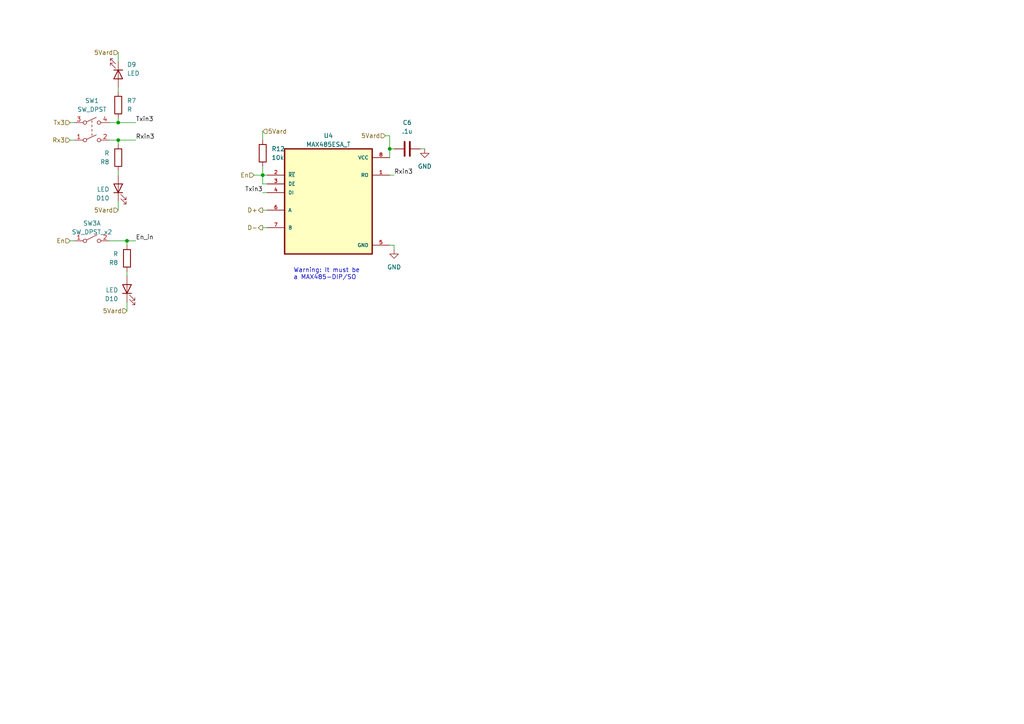
<source format=kicad_sch>
(kicad_sch (version 20230121) (generator eeschema)

  (uuid 33682b06-8160-4bcb-bd6c-b56ba83854af)

  (paper "A4")

  (lib_symbols
    (symbol "Device:C" (pin_numbers hide) (pin_names (offset 0.254)) (in_bom yes) (on_board yes)
      (property "Reference" "C" (at 0.635 2.54 0)
        (effects (font (size 1.27 1.27)) (justify left))
      )
      (property "Value" "C" (at 0.635 -2.54 0)
        (effects (font (size 1.27 1.27)) (justify left))
      )
      (property "Footprint" "" (at 0.9652 -3.81 0)
        (effects (font (size 1.27 1.27)) hide)
      )
      (property "Datasheet" "~" (at 0 0 0)
        (effects (font (size 1.27 1.27)) hide)
      )
      (property "ki_keywords" "cap capacitor" (at 0 0 0)
        (effects (font (size 1.27 1.27)) hide)
      )
      (property "ki_description" "Unpolarized capacitor" (at 0 0 0)
        (effects (font (size 1.27 1.27)) hide)
      )
      (property "ki_fp_filters" "C_*" (at 0 0 0)
        (effects (font (size 1.27 1.27)) hide)
      )
      (symbol "C_0_1"
        (polyline
          (pts
            (xy -2.032 -0.762)
            (xy 2.032 -0.762)
          )
          (stroke (width 0.508) (type default))
          (fill (type none))
        )
        (polyline
          (pts
            (xy -2.032 0.762)
            (xy 2.032 0.762)
          )
          (stroke (width 0.508) (type default))
          (fill (type none))
        )
      )
      (symbol "C_1_1"
        (pin passive line (at 0 3.81 270) (length 2.794)
          (name "~" (effects (font (size 1.27 1.27))))
          (number "1" (effects (font (size 1.27 1.27))))
        )
        (pin passive line (at 0 -3.81 90) (length 2.794)
          (name "~" (effects (font (size 1.27 1.27))))
          (number "2" (effects (font (size 1.27 1.27))))
        )
      )
    )
    (symbol "Device:LED" (pin_numbers hide) (pin_names (offset 1.016) hide) (in_bom yes) (on_board yes)
      (property "Reference" "D" (at 0 2.54 0)
        (effects (font (size 1.27 1.27)))
      )
      (property "Value" "LED" (at 0 -2.54 0)
        (effects (font (size 1.27 1.27)))
      )
      (property "Footprint" "" (at 0 0 0)
        (effects (font (size 1.27 1.27)) hide)
      )
      (property "Datasheet" "~" (at 0 0 0)
        (effects (font (size 1.27 1.27)) hide)
      )
      (property "ki_keywords" "LED diode" (at 0 0 0)
        (effects (font (size 1.27 1.27)) hide)
      )
      (property "ki_description" "Light emitting diode" (at 0 0 0)
        (effects (font (size 1.27 1.27)) hide)
      )
      (property "ki_fp_filters" "LED* LED_SMD:* LED_THT:*" (at 0 0 0)
        (effects (font (size 1.27 1.27)) hide)
      )
      (symbol "LED_0_1"
        (polyline
          (pts
            (xy -1.27 -1.27)
            (xy -1.27 1.27)
          )
          (stroke (width 0.254) (type default))
          (fill (type none))
        )
        (polyline
          (pts
            (xy -1.27 0)
            (xy 1.27 0)
          )
          (stroke (width 0) (type default))
          (fill (type none))
        )
        (polyline
          (pts
            (xy 1.27 -1.27)
            (xy 1.27 1.27)
            (xy -1.27 0)
            (xy 1.27 -1.27)
          )
          (stroke (width 0.254) (type default))
          (fill (type none))
        )
        (polyline
          (pts
            (xy -3.048 -0.762)
            (xy -4.572 -2.286)
            (xy -3.81 -2.286)
            (xy -4.572 -2.286)
            (xy -4.572 -1.524)
          )
          (stroke (width 0) (type default))
          (fill (type none))
        )
        (polyline
          (pts
            (xy -1.778 -0.762)
            (xy -3.302 -2.286)
            (xy -2.54 -2.286)
            (xy -3.302 -2.286)
            (xy -3.302 -1.524)
          )
          (stroke (width 0) (type default))
          (fill (type none))
        )
      )
      (symbol "LED_1_1"
        (pin passive line (at -3.81 0 0) (length 2.54)
          (name "K" (effects (font (size 1.27 1.27))))
          (number "1" (effects (font (size 1.27 1.27))))
        )
        (pin passive line (at 3.81 0 180) (length 2.54)
          (name "A" (effects (font (size 1.27 1.27))))
          (number "2" (effects (font (size 1.27 1.27))))
        )
      )
    )
    (symbol "Device:R" (pin_numbers hide) (pin_names (offset 0)) (in_bom yes) (on_board yes)
      (property "Reference" "R" (at 2.032 0 90)
        (effects (font (size 1.27 1.27)))
      )
      (property "Value" "R" (at 0 0 90)
        (effects (font (size 1.27 1.27)))
      )
      (property "Footprint" "" (at -1.778 0 90)
        (effects (font (size 1.27 1.27)) hide)
      )
      (property "Datasheet" "~" (at 0 0 0)
        (effects (font (size 1.27 1.27)) hide)
      )
      (property "ki_keywords" "R res resistor" (at 0 0 0)
        (effects (font (size 1.27 1.27)) hide)
      )
      (property "ki_description" "Resistor" (at 0 0 0)
        (effects (font (size 1.27 1.27)) hide)
      )
      (property "ki_fp_filters" "R_*" (at 0 0 0)
        (effects (font (size 1.27 1.27)) hide)
      )
      (symbol "R_0_1"
        (rectangle (start -1.016 -2.54) (end 1.016 2.54)
          (stroke (width 0.254) (type default))
          (fill (type none))
        )
      )
      (symbol "R_1_1"
        (pin passive line (at 0 3.81 270) (length 1.27)
          (name "~" (effects (font (size 1.27 1.27))))
          (number "1" (effects (font (size 1.27 1.27))))
        )
        (pin passive line (at 0 -3.81 90) (length 1.27)
          (name "~" (effects (font (size 1.27 1.27))))
          (number "2" (effects (font (size 1.27 1.27))))
        )
      )
    )
    (symbol "MAX485ESA_T:MAX485ESA_T" (pin_names (offset 1.016)) (in_bom yes) (on_board yes)
      (property "Reference" "U" (at -12.7 16.24 0)
        (effects (font (size 1.27 1.27)) (justify left bottom))
      )
      (property "Value" "MAX485ESA_T" (at -12.7 -19.24 0)
        (effects (font (size 1.27 1.27)) (justify left bottom))
      )
      (property "Footprint" "MAX485ESA_T:SOIC127P600X175-8N" (at 0 0 0)
        (effects (font (size 1.27 1.27)) (justify bottom) hide)
      )
      (property "Datasheet" "" (at 0 0 0)
        (effects (font (size 1.27 1.27)) hide)
      )
      (property "MF" "Analog Devices" (at 0 0 0)
        (effects (font (size 1.27 1.27)) (justify bottom) hide)
      )
      (property "Description" "\nLow-Power, Slew-Rate-Limited RS-485/RS-422 Transceivers\n" (at 0 0 0)
        (effects (font (size 1.27 1.27)) (justify bottom) hide)
      )
      (property "Package" "SOIC-8 Maxim" (at 0 0 0)
        (effects (font (size 1.27 1.27)) (justify bottom) hide)
      )
      (property "Price" "None" (at 0 0 0)
        (effects (font (size 1.27 1.27)) (justify bottom) hide)
      )
      (property "SnapEDA_Link" "https://www.snapeda.com/parts/MAX485ESA+T/Analog+Devices/view-part/?ref=snap" (at 0 0 0)
        (effects (font (size 1.27 1.27)) (justify bottom) hide)
      )
      (property "MP" "MAX485ESA+T" (at 0 0 0)
        (effects (font (size 1.27 1.27)) (justify bottom) hide)
      )
      (property "Availability" "In Stock" (at 0 0 0)
        (effects (font (size 1.27 1.27)) (justify bottom) hide)
      )
      (property "Check_prices" "https://www.snapeda.com/parts/MAX485ESA+T/Analog+Devices/view-part/?ref=eda" (at 0 0 0)
        (effects (font (size 1.27 1.27)) (justify bottom) hide)
      )
      (symbol "MAX485ESA_T_0_0"
        (rectangle (start -12.7 -15.24) (end 12.7 15.24)
          (stroke (width 0.41) (type default))
          (fill (type background))
        )
        (pin output line (at 17.78 7.62 180) (length 5.08)
          (name "RO" (effects (font (size 1.016 1.016))))
          (number "1" (effects (font (size 1.016 1.016))))
        )
        (pin input line (at -17.78 7.62 0) (length 5.08)
          (name "~{RE}" (effects (font (size 1.016 1.016))))
          (number "2" (effects (font (size 1.016 1.016))))
        )
        (pin input line (at -17.78 5.08 0) (length 5.08)
          (name "DE" (effects (font (size 1.016 1.016))))
          (number "3" (effects (font (size 1.016 1.016))))
        )
        (pin input line (at -17.78 2.54 0) (length 5.08)
          (name "DI" (effects (font (size 1.016 1.016))))
          (number "4" (effects (font (size 1.016 1.016))))
        )
        (pin power_in line (at 17.78 -12.7 180) (length 5.08)
          (name "GND" (effects (font (size 1.016 1.016))))
          (number "5" (effects (font (size 1.016 1.016))))
        )
        (pin bidirectional line (at -17.78 -2.54 0) (length 5.08)
          (name "A" (effects (font (size 1.016 1.016))))
          (number "6" (effects (font (size 1.016 1.016))))
        )
        (pin bidirectional line (at -17.78 -7.62 0) (length 5.08)
          (name "B" (effects (font (size 1.016 1.016))))
          (number "7" (effects (font (size 1.016 1.016))))
        )
        (pin power_in line (at 17.78 12.7 180) (length 5.08)
          (name "VCC" (effects (font (size 1.016 1.016))))
          (number "8" (effects (font (size 1.016 1.016))))
        )
      )
    )
    (symbol "Switch:SW_DPST" (pin_names (offset 0) hide) (in_bom yes) (on_board yes)
      (property "Reference" "SW" (at 0 5.08 0)
        (effects (font (size 1.27 1.27)))
      )
      (property "Value" "SW_DPST" (at 0 -5.08 0)
        (effects (font (size 1.27 1.27)))
      )
      (property "Footprint" "" (at 0 0 0)
        (effects (font (size 1.27 1.27)) hide)
      )
      (property "Datasheet" "~" (at 0 0 0)
        (effects (font (size 1.27 1.27)) hide)
      )
      (property "ki_keywords" "switch dual double-pole single-throw OFF-ON" (at 0 0 0)
        (effects (font (size 1.27 1.27)) hide)
      )
      (property "ki_description" "Double Pole Single Throw (DPST) Switch" (at 0 0 0)
        (effects (font (size 1.27 1.27)) hide)
      )
      (symbol "SW_DPST_0_0"
        (circle (center -2.032 -2.54) (radius 0.508)
          (stroke (width 0) (type default))
          (fill (type none))
        )
        (circle (center -2.032 2.54) (radius 0.508)
          (stroke (width 0) (type default))
          (fill (type none))
        )
        (polyline
          (pts
            (xy -1.524 -2.286)
            (xy 1.27 -1.016)
          )
          (stroke (width 0) (type default))
          (fill (type none))
        )
        (polyline
          (pts
            (xy -1.524 2.794)
            (xy 1.27 4.064)
          )
          (stroke (width 0) (type default))
          (fill (type none))
        )
        (polyline
          (pts
            (xy 0 -1.27)
            (xy 0 -0.635)
          )
          (stroke (width 0) (type default))
          (fill (type none))
        )
        (polyline
          (pts
            (xy 0 0)
            (xy 0 0.635)
          )
          (stroke (width 0) (type default))
          (fill (type none))
        )
        (polyline
          (pts
            (xy 0 1.27)
            (xy 0 1.905)
          )
          (stroke (width 0) (type default))
          (fill (type none))
        )
        (polyline
          (pts
            (xy 0 2.54)
            (xy 0 3.175)
          )
          (stroke (width 0) (type default))
          (fill (type none))
        )
        (circle (center 2.032 -2.54) (radius 0.508)
          (stroke (width 0) (type default))
          (fill (type none))
        )
        (circle (center 2.032 2.54) (radius 0.508)
          (stroke (width 0) (type default))
          (fill (type none))
        )
      )
      (symbol "SW_DPST_1_1"
        (pin passive line (at -5.08 -2.54 0) (length 2.54)
          (name "1" (effects (font (size 1.27 1.27))))
          (number "1" (effects (font (size 1.27 1.27))))
        )
        (pin passive line (at 5.08 -2.54 180) (length 2.54)
          (name "2" (effects (font (size 1.27 1.27))))
          (number "2" (effects (font (size 1.27 1.27))))
        )
        (pin passive line (at -5.08 2.54 0) (length 2.54)
          (name "3" (effects (font (size 1.27 1.27))))
          (number "3" (effects (font (size 1.27 1.27))))
        )
        (pin passive line (at 5.08 2.54 180) (length 2.54)
          (name "4" (effects (font (size 1.27 1.27))))
          (number "4" (effects (font (size 1.27 1.27))))
        )
      )
    )
    (symbol "Switch:SW_DPST_x2" (pin_names (offset 0) hide) (in_bom yes) (on_board yes)
      (property "Reference" "SW" (at 0 3.175 0)
        (effects (font (size 1.27 1.27)))
      )
      (property "Value" "SW_DPST_x2" (at 0 -2.54 0)
        (effects (font (size 1.27 1.27)))
      )
      (property "Footprint" "" (at 0 0 0)
        (effects (font (size 1.27 1.27)) hide)
      )
      (property "Datasheet" "~" (at 0 0 0)
        (effects (font (size 1.27 1.27)) hide)
      )
      (property "ki_keywords" "switch lever" (at 0 0 0)
        (effects (font (size 1.27 1.27)) hide)
      )
      (property "ki_description" "Single Pole Single Throw (SPST) switch, separate symbol" (at 0 0 0)
        (effects (font (size 1.27 1.27)) hide)
      )
      (symbol "SW_DPST_x2_0_0"
        (circle (center -2.032 0) (radius 0.508)
          (stroke (width 0) (type default))
          (fill (type none))
        )
        (polyline
          (pts
            (xy -1.524 0.254)
            (xy 1.524 1.778)
          )
          (stroke (width 0) (type default))
          (fill (type none))
        )
        (circle (center 2.032 0) (radius 0.508)
          (stroke (width 0) (type default))
          (fill (type none))
        )
      )
      (symbol "SW_DPST_x2_1_1"
        (pin passive line (at -5.08 0 0) (length 2.54)
          (name "A" (effects (font (size 1.27 1.27))))
          (number "1" (effects (font (size 1.27 1.27))))
        )
        (pin passive line (at 5.08 0 180) (length 2.54)
          (name "B" (effects (font (size 1.27 1.27))))
          (number "2" (effects (font (size 1.27 1.27))))
        )
      )
      (symbol "SW_DPST_x2_2_1"
        (pin passive line (at -5.08 0 0) (length 2.54)
          (name "A" (effects (font (size 1.27 1.27))))
          (number "3" (effects (font (size 1.27 1.27))))
        )
        (pin passive line (at 5.08 0 180) (length 2.54)
          (name "B" (effects (font (size 1.27 1.27))))
          (number "4" (effects (font (size 1.27 1.27))))
        )
      )
    )
    (symbol "power:GND" (power) (pin_names (offset 0)) (in_bom yes) (on_board yes)
      (property "Reference" "#PWR" (at 0 -6.35 0)
        (effects (font (size 1.27 1.27)) hide)
      )
      (property "Value" "GND" (at 0 -3.81 0)
        (effects (font (size 1.27 1.27)))
      )
      (property "Footprint" "" (at 0 0 0)
        (effects (font (size 1.27 1.27)) hide)
      )
      (property "Datasheet" "" (at 0 0 0)
        (effects (font (size 1.27 1.27)) hide)
      )
      (property "ki_keywords" "global power" (at 0 0 0)
        (effects (font (size 1.27 1.27)) hide)
      )
      (property "ki_description" "Power symbol creates a global label with name \"GND\" , ground" (at 0 0 0)
        (effects (font (size 1.27 1.27)) hide)
      )
      (symbol "GND_0_1"
        (polyline
          (pts
            (xy 0 0)
            (xy 0 -1.27)
            (xy 1.27 -1.27)
            (xy 0 -2.54)
            (xy -1.27 -1.27)
            (xy 0 -1.27)
          )
          (stroke (width 0) (type default))
          (fill (type none))
        )
      )
      (symbol "GND_1_1"
        (pin power_in line (at 0 0 270) (length 0) hide
          (name "GND" (effects (font (size 1.27 1.27))))
          (number "1" (effects (font (size 1.27 1.27))))
        )
      )
    )
  )

  (junction (at 113.03 43.18) (diameter 0) (color 0 0 0 0)
    (uuid 43237f5e-ea8d-47b5-b75d-2d6ff992bdfb)
  )
  (junction (at 34.29 35.56) (diameter 0) (color 0 0 0 0)
    (uuid a2fd64dc-dc33-4eae-90de-43ddac37adab)
  )
  (junction (at 36.83 69.85) (diameter 0) (color 0 0 0 0)
    (uuid ce8ff430-4aaf-4a84-80f6-7ca4e178a0b5)
  )
  (junction (at 76.2 50.8) (diameter 0) (color 0 0 0 0)
    (uuid d4bffd42-a123-42ab-98d3-bff5cad4eb96)
  )
  (junction (at 34.29 40.64) (diameter 0) (color 0 0 0 0)
    (uuid ec4a3f47-41cd-45f2-bf11-70e126beb492)
  )

  (wire (pts (xy 77.47 50.8) (xy 76.2 50.8))
    (stroke (width 0) (type default))
    (uuid 08506f5d-60ba-431a-b12b-6649f3fda008)
  )
  (wire (pts (xy 31.75 69.85) (xy 36.83 69.85))
    (stroke (width 0) (type default))
    (uuid 0bdcfe50-414a-43f6-a4e6-105e9fd08437)
  )
  (wire (pts (xy 76.2 38.1) (xy 76.2 40.64))
    (stroke (width 0) (type default))
    (uuid 0e0a473e-8db0-48a9-b813-4d84ef022579)
  )
  (wire (pts (xy 34.29 35.56) (xy 39.37 35.56))
    (stroke (width 0) (type default))
    (uuid 0ff3cff9-00f2-457d-8909-a99522c9e274)
  )
  (wire (pts (xy 113.03 43.18) (xy 113.03 45.72))
    (stroke (width 0) (type default))
    (uuid 1ba4878a-7185-4a07-96e7-d4c6f5d109b1)
  )
  (wire (pts (xy 76.2 50.8) (xy 76.2 53.34))
    (stroke (width 0) (type default))
    (uuid 1e0afb37-fe72-42c3-83e3-23327a4557b9)
  )
  (wire (pts (xy 121.92 43.18) (xy 123.19 43.18))
    (stroke (width 0) (type default))
    (uuid 1f5756fb-2784-4f40-8807-cbdcfdfcc580)
  )
  (wire (pts (xy 31.75 35.56) (xy 34.29 35.56))
    (stroke (width 0) (type default))
    (uuid 2950ace0-e733-4761-9fdb-16402c1e1c6a)
  )
  (wire (pts (xy 20.32 35.56) (xy 21.59 35.56))
    (stroke (width 0) (type default))
    (uuid 30c06a80-38ce-4766-a34f-0cf46f11ccff)
  )
  (wire (pts (xy 113.03 71.12) (xy 114.3 71.12))
    (stroke (width 0) (type default))
    (uuid 32a02159-6ab5-47cf-8565-559411f3cf51)
  )
  (wire (pts (xy 76.2 53.34) (xy 77.47 53.34))
    (stroke (width 0) (type default))
    (uuid 340c2a46-5ec2-41a7-bb69-e69ee841a125)
  )
  (wire (pts (xy 31.75 40.64) (xy 34.29 40.64))
    (stroke (width 0) (type default))
    (uuid 4e8800e9-73d5-4fbe-9d25-1e89d6b74de0)
  )
  (wire (pts (xy 113.03 43.18) (xy 114.3 43.18))
    (stroke (width 0) (type default))
    (uuid 50c9f9fe-0d36-4323-af58-4096bd70bb91)
  )
  (wire (pts (xy 76.2 66.04) (xy 77.47 66.04))
    (stroke (width 0) (type default))
    (uuid 5425e05a-8e8c-4ff0-bb79-ec9bbe671b6d)
  )
  (wire (pts (xy 76.2 60.96) (xy 77.47 60.96))
    (stroke (width 0) (type default))
    (uuid 604624ad-f00f-40bb-b919-51cc771ffd7a)
  )
  (wire (pts (xy 34.29 25.4) (xy 34.29 26.67))
    (stroke (width 0) (type default))
    (uuid 6622ee58-9b0f-40a3-8560-87c1bad457ea)
  )
  (wire (pts (xy 113.03 39.37) (xy 111.76 39.37))
    (stroke (width 0) (type default))
    (uuid 7298bad4-94bf-42aa-9bb3-11695b10dfef)
  )
  (wire (pts (xy 76.2 48.26) (xy 76.2 50.8))
    (stroke (width 0) (type default))
    (uuid 742fa9d6-db04-46e8-ad82-752da5c1aa1e)
  )
  (wire (pts (xy 20.32 69.85) (xy 21.59 69.85))
    (stroke (width 0) (type default))
    (uuid 803b7396-0b04-4779-9302-9124b18f8fbd)
  )
  (wire (pts (xy 34.29 40.64) (xy 34.29 41.91))
    (stroke (width 0) (type default))
    (uuid 85a4a8ef-1852-4f84-8a45-182f0ffd0a27)
  )
  (wire (pts (xy 34.29 34.29) (xy 34.29 35.56))
    (stroke (width 0) (type default))
    (uuid 8d19c33b-8d45-45ac-8ab1-ffe933914af6)
  )
  (wire (pts (xy 34.29 50.8) (xy 34.29 49.53))
    (stroke (width 0) (type default))
    (uuid 91e85283-55ba-4a3a-b616-bee9db1c4997)
  )
  (wire (pts (xy 36.83 69.85) (xy 39.37 69.85))
    (stroke (width 0) (type default))
    (uuid addb1d86-f4be-4be8-a7af-b8daad39e58f)
  )
  (wire (pts (xy 113.03 39.37) (xy 113.03 43.18))
    (stroke (width 0) (type default))
    (uuid b3696a9c-caf5-4ae2-8d78-634e3375b2e9)
  )
  (wire (pts (xy 113.03 50.8) (xy 114.3 50.8))
    (stroke (width 0) (type default))
    (uuid c4468dd0-50f5-4a1f-8a04-6d761adad7af)
  )
  (wire (pts (xy 36.83 80.01) (xy 36.83 78.74))
    (stroke (width 0) (type default))
    (uuid c6684417-b943-4d48-a1d2-e666e394543e)
  )
  (wire (pts (xy 114.3 71.12) (xy 114.3 72.39))
    (stroke (width 0) (type default))
    (uuid ccc7196d-de39-4239-b636-cfb1f1532988)
  )
  (wire (pts (xy 36.83 69.85) (xy 36.83 71.12))
    (stroke (width 0) (type default))
    (uuid d136b775-8181-4996-bdb5-a551a0aa55e9)
  )
  (wire (pts (xy 34.29 15.24) (xy 34.29 17.78))
    (stroke (width 0) (type default))
    (uuid d5dd837b-1ead-431d-a5ed-58106e756c0a)
  )
  (wire (pts (xy 20.32 40.64) (xy 21.59 40.64))
    (stroke (width 0) (type default))
    (uuid dcc3200b-8a7b-498b-93df-5c079221592c)
  )
  (wire (pts (xy 76.2 55.88) (xy 77.47 55.88))
    (stroke (width 0) (type default))
    (uuid e6bd32e4-4061-4291-b778-2b0f035636c6)
  )
  (wire (pts (xy 73.66 50.8) (xy 76.2 50.8))
    (stroke (width 0) (type default))
    (uuid edc483ae-11e1-4570-a86c-06ec19a42a0f)
  )
  (wire (pts (xy 34.29 40.64) (xy 39.37 40.64))
    (stroke (width 0) (type default))
    (uuid f352499e-bfd2-402b-94f7-19edad7666d8)
  )
  (wire (pts (xy 36.83 87.63) (xy 36.83 90.17))
    (stroke (width 0) (type default))
    (uuid fa10b035-a2e8-433b-bb85-5bd32f694c38)
  )
  (wire (pts (xy 34.29 58.42) (xy 34.29 60.96))
    (stroke (width 0) (type default))
    (uuid fd906f36-30cc-4444-bf0c-b96d7808c6f7)
  )

  (text "Warning: It must be\na MAX485-DIP/SO" (at 85.09 81.28 0)
    (effects (font (size 1.27 1.27)) (justify left bottom))
    (uuid 931e74a6-5a5c-4ab0-ae00-ac7a19a6c5bc)
  )

  (label "Txin3" (at 76.2 55.88 180) (fields_autoplaced)
    (effects (font (size 1.27 1.27)) (justify right bottom))
    (uuid 09f1ffa4-37b3-41bd-9748-38828a7e2eae)
  )
  (label "Rxin3" (at 114.3 50.8 0) (fields_autoplaced)
    (effects (font (size 1.27 1.27)) (justify left bottom))
    (uuid 3c44c9e3-c04d-4a8b-b101-a8428c0f02be)
  )
  (label "Txin3" (at 39.37 35.56 0) (fields_autoplaced)
    (effects (font (size 1.27 1.27)) (justify left bottom))
    (uuid 563b8739-250c-4388-a95d-3f51b49ed74b)
  )
  (label "En_in" (at 39.37 69.85 0) (fields_autoplaced)
    (effects (font (size 1.27 1.27)) (justify left bottom))
    (uuid 64e40021-5170-48ae-bff2-9be04b7d4ca8)
  )
  (label "Rxin3" (at 39.37 40.64 0) (fields_autoplaced)
    (effects (font (size 1.27 1.27)) (justify left bottom))
    (uuid ed7fe6cb-7d85-4d28-a2be-b66a6927170f)
  )

  (hierarchical_label "5Vard" (shape input) (at 111.76 39.37 180) (fields_autoplaced)
    (effects (font (size 1.27 1.27)) (justify right))
    (uuid 10f64e8e-5f8a-4d03-bc60-7399336af893)
  )
  (hierarchical_label "En" (shape input) (at 20.32 69.85 180) (fields_autoplaced)
    (effects (font (size 1.27 1.27)) (justify right))
    (uuid 1a422ece-9cc8-4d3e-bcaf-6fc9befa3a0d)
  )
  (hierarchical_label "Rx3" (shape input) (at 20.32 40.64 180) (fields_autoplaced)
    (effects (font (size 1.27 1.27)) (justify right))
    (uuid 1d7edf7a-3215-4f6b-8e54-94e4b5711d91)
  )
  (hierarchical_label "5Vard" (shape input) (at 76.2 38.1 0) (fields_autoplaced)
    (effects (font (size 1.27 1.27)) (justify left))
    (uuid 3bdd3e87-ba17-4a03-ae29-989f571f9af0)
  )
  (hierarchical_label "5Vard" (shape input) (at 34.29 15.24 180) (fields_autoplaced)
    (effects (font (size 1.27 1.27)) (justify right))
    (uuid 60b9f5d3-53cf-4e89-97f0-76eec6f57b9c)
  )
  (hierarchical_label "En" (shape input) (at 73.66 50.8 180) (fields_autoplaced)
    (effects (font (size 1.27 1.27)) (justify right))
    (uuid 6a59bc84-5d39-4fe9-af36-d5914aadbca8)
  )
  (hierarchical_label "5Vard" (shape input) (at 34.29 60.96 180) (fields_autoplaced)
    (effects (font (size 1.27 1.27)) (justify right))
    (uuid 915289d3-dfcd-4554-8645-bfded1952a17)
  )
  (hierarchical_label "D+" (shape output) (at 76.2 60.96 180) (fields_autoplaced)
    (effects (font (size 1.27 1.27)) (justify right))
    (uuid 95c7c61a-ce81-4fbc-a98a-5fcf5f70bd43)
  )
  (hierarchical_label "D-" (shape output) (at 76.2 66.04 180) (fields_autoplaced)
    (effects (font (size 1.27 1.27)) (justify right))
    (uuid a159a18f-239a-49dc-bd43-dcfc8e54e799)
  )
  (hierarchical_label "5Vard" (shape input) (at 36.83 90.17 180) (fields_autoplaced)
    (effects (font (size 1.27 1.27)) (justify right))
    (uuid c08b4c87-dfe9-44e6-a40a-28e6d80a3dd0)
  )
  (hierarchical_label "Tx3" (shape input) (at 20.32 35.56 180) (fields_autoplaced)
    (effects (font (size 1.27 1.27)) (justify right))
    (uuid fcad2c96-250a-42ed-bd83-4ca29bc069c2)
  )

  (symbol (lib_id "Device:R") (at 76.2 44.45 0) (unit 1)
    (in_bom yes) (on_board yes) (dnp no) (fields_autoplaced)
    (uuid 3c31a38d-727e-4ce6-9771-b7bf508dda9b)
    (property "Reference" "R12" (at 78.74 43.18 0)
      (effects (font (size 1.27 1.27)) (justify left))
    )
    (property "Value" "10k" (at 78.74 45.72 0)
      (effects (font (size 1.27 1.27)) (justify left))
    )
    (property "Footprint" "" (at 74.422 44.45 90)
      (effects (font (size 1.27 1.27)) hide)
    )
    (property "Datasheet" "~" (at 76.2 44.45 0)
      (effects (font (size 1.27 1.27)) hide)
    )
    (pin "1" (uuid 4d613184-db04-438c-8946-091d5eee8c12))
    (pin "2" (uuid 768a0e89-20e2-4c38-aa01-f345026b130e))
    (instances
      (project "AbuDhabi_ElectronBean"
        (path "/e63e39d7-6ac0-4ffd-8aa3-1841a4541b55/99714311-4aef-4885-b3bc-fd7f8f5fe980"
          (reference "R12") (unit 1)
        )
      )
    )
  )

  (symbol (lib_id "power:GND") (at 114.3 72.39 0) (unit 1)
    (in_bom yes) (on_board yes) (dnp no) (fields_autoplaced)
    (uuid 44531243-86ae-4bca-9531-f110771b2ede)
    (property "Reference" "#PWR02" (at 114.3 78.74 0)
      (effects (font (size 1.27 1.27)) hide)
    )
    (property "Value" "GND" (at 114.3 77.47 0)
      (effects (font (size 1.27 1.27)))
    )
    (property "Footprint" "" (at 114.3 72.39 0)
      (effects (font (size 1.27 1.27)) hide)
    )
    (property "Datasheet" "" (at 114.3 72.39 0)
      (effects (font (size 1.27 1.27)) hide)
    )
    (pin "1" (uuid 2a972f2a-1cec-4f8e-b53d-2eec541b0f26))
    (instances
      (project "AbuDhabi_ElectronBean"
        (path "/e63e39d7-6ac0-4ffd-8aa3-1841a4541b55/99714311-4aef-4885-b3bc-fd7f8f5fe980"
          (reference "#PWR02") (unit 1)
        )
      )
    )
  )

  (symbol (lib_id "Switch:SW_DPST_x2") (at 26.67 69.85 0) (unit 1)
    (in_bom yes) (on_board yes) (dnp no) (fields_autoplaced)
    (uuid 57238d35-2b42-4f7f-aa70-3a3bb64f9a8a)
    (property "Reference" "SW3" (at 26.67 64.77 0)
      (effects (font (size 1.27 1.27)))
    )
    (property "Value" "SW_DPST_x2" (at 26.67 67.31 0)
      (effects (font (size 1.27 1.27)))
    )
    (property "Footprint" "" (at 26.67 69.85 0)
      (effects (font (size 1.27 1.27)) hide)
    )
    (property "Datasheet" "~" (at 26.67 69.85 0)
      (effects (font (size 1.27 1.27)) hide)
    )
    (pin "1" (uuid f187362b-999c-431d-85e8-d6a2118c1cd8))
    (pin "2" (uuid d2bc2ec8-3014-4e00-ac0b-38dc94bea0f3))
    (pin "3" (uuid 194596af-345d-496c-a46e-6595de49c807))
    (pin "4" (uuid a4dd3d31-ab2c-4049-9cae-4b6e2e73d6c3))
    (instances
      (project "AbuDhabi_ElectronBean"
        (path "/e63e39d7-6ac0-4ffd-8aa3-1841a4541b55/99714311-4aef-4885-b3bc-fd7f8f5fe980"
          (reference "SW3") (unit 1)
        )
      )
    )
  )

  (symbol (lib_id "Device:R") (at 34.29 30.48 0) (unit 1)
    (in_bom yes) (on_board yes) (dnp no) (fields_autoplaced)
    (uuid 81a55118-9501-4595-9a07-7cc319f9827f)
    (property "Reference" "R7" (at 36.83 29.21 0)
      (effects (font (size 1.27 1.27)) (justify left))
    )
    (property "Value" "R" (at 36.83 31.75 0)
      (effects (font (size 1.27 1.27)) (justify left))
    )
    (property "Footprint" "" (at 32.512 30.48 90)
      (effects (font (size 1.27 1.27)) hide)
    )
    (property "Datasheet" "~" (at 34.29 30.48 0)
      (effects (font (size 1.27 1.27)) hide)
    )
    (pin "1" (uuid 3a46ea95-07cf-4e51-b5af-e0c300d94b25))
    (pin "2" (uuid 31f129fa-37ab-48f6-9d2b-931eefae1cbd))
    (instances
      (project "AbuDhabi_ElectronBean"
        (path "/e63e39d7-6ac0-4ffd-8aa3-1841a4541b55/e7023770-1e68-49ab-b84d-eead5d4c3b6b"
          (reference "R7") (unit 1)
        )
        (path "/e63e39d7-6ac0-4ffd-8aa3-1841a4541b55/99714311-4aef-4885-b3bc-fd7f8f5fe980"
          (reference "R9") (unit 1)
        )
      )
    )
  )

  (symbol (lib_id "Device:LED") (at 34.29 21.59 270) (unit 1)
    (in_bom yes) (on_board yes) (dnp no) (fields_autoplaced)
    (uuid 95332153-d198-4efb-af6a-f39b4b6fe469)
    (property "Reference" "D9" (at 36.83 18.7325 90)
      (effects (font (size 1.27 1.27)) (justify left))
    )
    (property "Value" "LED" (at 36.83 21.2725 90)
      (effects (font (size 1.27 1.27)) (justify left))
    )
    (property "Footprint" "" (at 34.29 21.59 0)
      (effects (font (size 1.27 1.27)) hide)
    )
    (property "Datasheet" "~" (at 34.29 21.59 0)
      (effects (font (size 1.27 1.27)) hide)
    )
    (pin "1" (uuid 34036651-cd43-4172-8947-7f992ebc15fa))
    (pin "2" (uuid 45e40c66-d589-4b5c-99d1-a24bbc5afaca))
    (instances
      (project "AbuDhabi_ElectronBean"
        (path "/e63e39d7-6ac0-4ffd-8aa3-1841a4541b55/e7023770-1e68-49ab-b84d-eead5d4c3b6b"
          (reference "D9") (unit 1)
        )
        (path "/e63e39d7-6ac0-4ffd-8aa3-1841a4541b55/99714311-4aef-4885-b3bc-fd7f8f5fe980"
          (reference "D5") (unit 1)
        )
      )
    )
  )

  (symbol (lib_id "Device:LED") (at 34.29 54.61 90) (unit 1)
    (in_bom yes) (on_board yes) (dnp no) (fields_autoplaced)
    (uuid a84eb898-7ebd-42ad-b5ea-2f4b4665288e)
    (property "Reference" "D10" (at 31.75 57.4675 90)
      (effects (font (size 1.27 1.27)) (justify left))
    )
    (property "Value" "LED" (at 31.75 54.9275 90)
      (effects (font (size 1.27 1.27)) (justify left))
    )
    (property "Footprint" "" (at 34.29 54.61 0)
      (effects (font (size 1.27 1.27)) hide)
    )
    (property "Datasheet" "~" (at 34.29 54.61 0)
      (effects (font (size 1.27 1.27)) hide)
    )
    (pin "1" (uuid 3dbe3cdd-0cc9-48b5-a3ba-a3303d95c9f7))
    (pin "2" (uuid 4c034dde-bd55-497e-a1c8-5e33da987204))
    (instances
      (project "AbuDhabi_ElectronBean"
        (path "/e63e39d7-6ac0-4ffd-8aa3-1841a4541b55/e7023770-1e68-49ab-b84d-eead5d4c3b6b"
          (reference "D10") (unit 1)
        )
        (path "/e63e39d7-6ac0-4ffd-8aa3-1841a4541b55/99714311-4aef-4885-b3bc-fd7f8f5fe980"
          (reference "D6") (unit 1)
        )
      )
    )
  )

  (symbol (lib_id "Switch:SW_DPST") (at 26.67 38.1 0) (unit 1)
    (in_bom yes) (on_board yes) (dnp no)
    (uuid a8a2ce19-005d-4b76-956d-c524f4a6a02d)
    (property "Reference" "SW1" (at 26.67 29.21 0)
      (effects (font (size 1.27 1.27)))
    )
    (property "Value" "SW_DPST" (at 26.67 31.75 0)
      (effects (font (size 1.27 1.27)))
    )
    (property "Footprint" "" (at 26.67 38.1 0)
      (effects (font (size 1.27 1.27)) hide)
    )
    (property "Datasheet" "~" (at 26.67 38.1 0)
      (effects (font (size 1.27 1.27)) hide)
    )
    (pin "1" (uuid e926e056-ba6e-46fb-bede-f3a76751b1f4))
    (pin "2" (uuid fb22b5c5-5a13-48b3-adf7-7b5b33d2a60c))
    (pin "3" (uuid 787c9966-c7da-4dfb-baf3-5b63d7867275))
    (pin "4" (uuid f2797731-42ce-4026-8d23-bc5c24aeaeca))
    (instances
      (project "AbuDhabi_ElectronBean"
        (path "/e63e39d7-6ac0-4ffd-8aa3-1841a4541b55/e7023770-1e68-49ab-b84d-eead5d4c3b6b"
          (reference "SW1") (unit 1)
        )
        (path "/e63e39d7-6ac0-4ffd-8aa3-1841a4541b55/99714311-4aef-4885-b3bc-fd7f8f5fe980"
          (reference "SW2") (unit 1)
        )
      )
    )
  )

  (symbol (lib_id "Device:LED") (at 36.83 83.82 90) (unit 1)
    (in_bom yes) (on_board yes) (dnp no) (fields_autoplaced)
    (uuid aa1a955e-640e-4eac-8b3b-232194d16667)
    (property "Reference" "D10" (at 34.29 86.6775 90)
      (effects (font (size 1.27 1.27)) (justify left))
    )
    (property "Value" "LED" (at 34.29 84.1375 90)
      (effects (font (size 1.27 1.27)) (justify left))
    )
    (property "Footprint" "" (at 36.83 83.82 0)
      (effects (font (size 1.27 1.27)) hide)
    )
    (property "Datasheet" "~" (at 36.83 83.82 0)
      (effects (font (size 1.27 1.27)) hide)
    )
    (pin "1" (uuid c9e91637-7e02-4027-adbe-05d9d9f9c5b2))
    (pin "2" (uuid 1b77480e-1e14-4bfc-ad57-7d67e18a2160))
    (instances
      (project "AbuDhabi_ElectronBean"
        (path "/e63e39d7-6ac0-4ffd-8aa3-1841a4541b55/e7023770-1e68-49ab-b84d-eead5d4c3b6b"
          (reference "D10") (unit 1)
        )
        (path "/e63e39d7-6ac0-4ffd-8aa3-1841a4541b55/99714311-4aef-4885-b3bc-fd7f8f5fe980"
          (reference "D7") (unit 1)
        )
      )
    )
  )

  (symbol (lib_id "Device:R") (at 36.83 74.93 180) (unit 1)
    (in_bom yes) (on_board yes) (dnp no) (fields_autoplaced)
    (uuid b086b986-2341-4dad-b279-482b0ce253c8)
    (property "Reference" "R8" (at 34.29 76.2 0)
      (effects (font (size 1.27 1.27)) (justify left))
    )
    (property "Value" "R" (at 34.29 73.66 0)
      (effects (font (size 1.27 1.27)) (justify left))
    )
    (property "Footprint" "" (at 38.608 74.93 90)
      (effects (font (size 1.27 1.27)) hide)
    )
    (property "Datasheet" "~" (at 36.83 74.93 0)
      (effects (font (size 1.27 1.27)) hide)
    )
    (pin "1" (uuid bf156679-1ac6-44ba-b24d-0bca13411024))
    (pin "2" (uuid 1f9420f3-3fd6-4c3d-8a0e-330ea1071433))
    (instances
      (project "AbuDhabi_ElectronBean"
        (path "/e63e39d7-6ac0-4ffd-8aa3-1841a4541b55/e7023770-1e68-49ab-b84d-eead5d4c3b6b"
          (reference "R8") (unit 1)
        )
        (path "/e63e39d7-6ac0-4ffd-8aa3-1841a4541b55/99714311-4aef-4885-b3bc-fd7f8f5fe980"
          (reference "R11") (unit 1)
        )
      )
    )
  )

  (symbol (lib_id "Device:C") (at 118.11 43.18 90) (unit 1)
    (in_bom yes) (on_board yes) (dnp no) (fields_autoplaced)
    (uuid bad1d2c4-1122-44fa-9d13-8461fcc3acea)
    (property "Reference" "C6" (at 118.11 35.56 90)
      (effects (font (size 1.27 1.27)))
    )
    (property "Value" ".1u" (at 118.11 38.1 90)
      (effects (font (size 1.27 1.27)))
    )
    (property "Footprint" "" (at 121.92 42.2148 0)
      (effects (font (size 1.27 1.27)) hide)
    )
    (property "Datasheet" "~" (at 118.11 43.18 0)
      (effects (font (size 1.27 1.27)) hide)
    )
    (pin "1" (uuid dcd18f03-be6b-4390-ac1b-aaceec7ceeb6))
    (pin "2" (uuid 2de62493-1711-425b-9b43-16b158259fae))
    (instances
      (project "AbuDhabi_ElectronBean"
        (path "/e63e39d7-6ac0-4ffd-8aa3-1841a4541b55/99714311-4aef-4885-b3bc-fd7f8f5fe980"
          (reference "C6") (unit 1)
        )
      )
    )
  )

  (symbol (lib_id "power:GND") (at 123.19 43.18 0) (unit 1)
    (in_bom yes) (on_board yes) (dnp no) (fields_autoplaced)
    (uuid bdf5bcf9-5ae6-4b3c-87f9-41dc8bd8bfe7)
    (property "Reference" "#PWR017" (at 123.19 49.53 0)
      (effects (font (size 1.27 1.27)) hide)
    )
    (property "Value" "GND" (at 123.19 48.26 0)
      (effects (font (size 1.27 1.27)))
    )
    (property "Footprint" "" (at 123.19 43.18 0)
      (effects (font (size 1.27 1.27)) hide)
    )
    (property "Datasheet" "" (at 123.19 43.18 0)
      (effects (font (size 1.27 1.27)) hide)
    )
    (pin "1" (uuid a02abe24-70ff-411b-b6b9-8846cdd04ccf))
    (instances
      (project "AbuDhabi_ElectronBean"
        (path "/e63e39d7-6ac0-4ffd-8aa3-1841a4541b55/99714311-4aef-4885-b3bc-fd7f8f5fe980"
          (reference "#PWR017") (unit 1)
        )
      )
    )
  )

  (symbol (lib_id "MAX485ESA_T:MAX485ESA_T") (at 95.25 58.42 0) (unit 1)
    (in_bom yes) (on_board yes) (dnp no) (fields_autoplaced)
    (uuid c960f11b-0f9a-4275-96f7-ec1e114034f6)
    (property "Reference" "U4" (at 95.25 39.37 0)
      (effects (font (size 1.27 1.27)))
    )
    (property "Value" "MAX485ESA_T" (at 95.25 41.91 0)
      (effects (font (size 1.27 1.27)))
    )
    (property "Footprint" "MAX485ESA_T:SOIC127P600X175-8N" (at 95.25 58.42 0)
      (effects (font (size 1.27 1.27)) (justify bottom) hide)
    )
    (property "Datasheet" "" (at 95.25 58.42 0)
      (effects (font (size 1.27 1.27)) hide)
    )
    (property "MF" "Analog Devices" (at 95.25 58.42 0)
      (effects (font (size 1.27 1.27)) (justify bottom) hide)
    )
    (property "Description" "\nLow-Power, Slew-Rate-Limited RS-485/RS-422 Transceivers\n" (at 95.25 58.42 0)
      (effects (font (size 1.27 1.27)) (justify bottom) hide)
    )
    (property "Package" "SOIC-8 Maxim" (at 95.25 58.42 0)
      (effects (font (size 1.27 1.27)) (justify bottom) hide)
    )
    (property "Price" "None" (at 95.25 58.42 0)
      (effects (font (size 1.27 1.27)) (justify bottom) hide)
    )
    (property "SnapEDA_Link" "https://www.snapeda.com/parts/MAX485ESA+T/Analog+Devices/view-part/?ref=snap" (at 95.25 58.42 0)
      (effects (font (size 1.27 1.27)) (justify bottom) hide)
    )
    (property "MP" "MAX485ESA+T" (at 95.25 58.42 0)
      (effects (font (size 1.27 1.27)) (justify bottom) hide)
    )
    (property "Availability" "In Stock" (at 95.25 58.42 0)
      (effects (font (size 1.27 1.27)) (justify bottom) hide)
    )
    (property "Check_prices" "https://www.snapeda.com/parts/MAX485ESA+T/Analog+Devices/view-part/?ref=eda" (at 95.25 58.42 0)
      (effects (font (size 1.27 1.27)) (justify bottom) hide)
    )
    (pin "1" (uuid 343c6c0f-d829-4a6c-9f93-0a143d19749b))
    (pin "2" (uuid 54b59223-467e-4fcb-b429-9e90528ba7f8))
    (pin "3" (uuid 35c53445-4cbc-45d7-9d8a-c6fa68f60e5f))
    (pin "4" (uuid 59669f69-63a7-4559-985d-65239758fa84))
    (pin "5" (uuid cf7eea95-c8b9-4d18-92f3-b1a37423009f))
    (pin "6" (uuid d8109595-2b93-46a2-8857-89b59a956ffc))
    (pin "7" (uuid 134851bd-20a2-4197-874b-e383b290e76d))
    (pin "8" (uuid 51ad9959-8e5d-43ec-87a1-d528fce0cf67))
    (instances
      (project "AbuDhabi_ElectronBean"
        (path "/e63e39d7-6ac0-4ffd-8aa3-1841a4541b55/99714311-4aef-4885-b3bc-fd7f8f5fe980"
          (reference "U4") (unit 1)
        )
      )
    )
  )

  (symbol (lib_id "Device:R") (at 34.29 45.72 180) (unit 1)
    (in_bom yes) (on_board yes) (dnp no) (fields_autoplaced)
    (uuid d905aee3-d0c8-4b4e-a01b-ebcc5df144dc)
    (property "Reference" "R8" (at 31.75 46.99 0)
      (effects (font (size 1.27 1.27)) (justify left))
    )
    (property "Value" "R" (at 31.75 44.45 0)
      (effects (font (size 1.27 1.27)) (justify left))
    )
    (property "Footprint" "" (at 36.068 45.72 90)
      (effects (font (size 1.27 1.27)) hide)
    )
    (property "Datasheet" "~" (at 34.29 45.72 0)
      (effects (font (size 1.27 1.27)) hide)
    )
    (pin "1" (uuid c7c5b90c-a2da-4536-9ef9-546b4d1351e9))
    (pin "2" (uuid a0f8156b-f939-4a2b-8cf8-6cac14ed09a7))
    (instances
      (project "AbuDhabi_ElectronBean"
        (path "/e63e39d7-6ac0-4ffd-8aa3-1841a4541b55/e7023770-1e68-49ab-b84d-eead5d4c3b6b"
          (reference "R8") (unit 1)
        )
        (path "/e63e39d7-6ac0-4ffd-8aa3-1841a4541b55/99714311-4aef-4885-b3bc-fd7f8f5fe980"
          (reference "R10") (unit 1)
        )
      )
    )
  )
)

</source>
